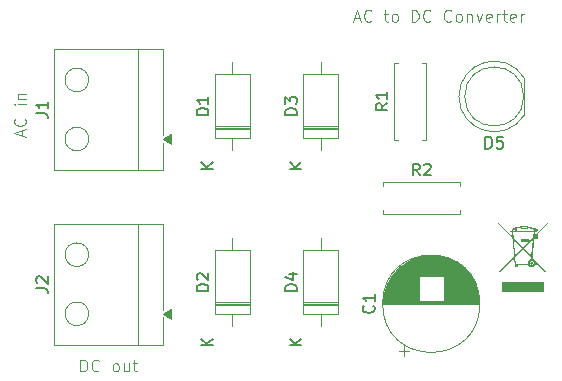
<source format=gbr>
%TF.GenerationSoftware,KiCad,Pcbnew,9.0.7*%
%TF.CreationDate,2026-01-15T12:26:01+05:30*%
%TF.ProjectId,actodc,6163746f-6463-42e6-9b69-6361645f7063,rev?*%
%TF.SameCoordinates,Original*%
%TF.FileFunction,Legend,Top*%
%TF.FilePolarity,Positive*%
%FSLAX46Y46*%
G04 Gerber Fmt 4.6, Leading zero omitted, Abs format (unit mm)*
G04 Created by KiCad (PCBNEW 9.0.7) date 2026-01-15 12:26:01*
%MOMM*%
%LPD*%
G01*
G04 APERTURE LIST*
%ADD10C,0.100000*%
%ADD11C,0.150000*%
%ADD12C,0.120000*%
%ADD13C,0.000000*%
G04 APERTURE END LIST*
D10*
X117986704Y-93943734D02*
X117986704Y-93467544D01*
X118272419Y-94038972D02*
X117272419Y-93705639D01*
X117272419Y-93705639D02*
X118272419Y-93372306D01*
X118177180Y-92467544D02*
X118224800Y-92515163D01*
X118224800Y-92515163D02*
X118272419Y-92658020D01*
X118272419Y-92658020D02*
X118272419Y-92753258D01*
X118272419Y-92753258D02*
X118224800Y-92896115D01*
X118224800Y-92896115D02*
X118129561Y-92991353D01*
X118129561Y-92991353D02*
X118034323Y-93038972D01*
X118034323Y-93038972D02*
X117843847Y-93086591D01*
X117843847Y-93086591D02*
X117700990Y-93086591D01*
X117700990Y-93086591D02*
X117510514Y-93038972D01*
X117510514Y-93038972D02*
X117415276Y-92991353D01*
X117415276Y-92991353D02*
X117320038Y-92896115D01*
X117320038Y-92896115D02*
X117272419Y-92753258D01*
X117272419Y-92753258D02*
X117272419Y-92658020D01*
X117272419Y-92658020D02*
X117320038Y-92515163D01*
X117320038Y-92515163D02*
X117367657Y-92467544D01*
X118272419Y-91277067D02*
X117605752Y-91277067D01*
X117272419Y-91277067D02*
X117320038Y-91324686D01*
X117320038Y-91324686D02*
X117367657Y-91277067D01*
X117367657Y-91277067D02*
X117320038Y-91229448D01*
X117320038Y-91229448D02*
X117272419Y-91277067D01*
X117272419Y-91277067D02*
X117367657Y-91277067D01*
X117605752Y-90800877D02*
X118272419Y-90800877D01*
X117700990Y-90800877D02*
X117653371Y-90753258D01*
X117653371Y-90753258D02*
X117605752Y-90658020D01*
X117605752Y-90658020D02*
X117605752Y-90515163D01*
X117605752Y-90515163D02*
X117653371Y-90419925D01*
X117653371Y-90419925D02*
X117748609Y-90372306D01*
X117748609Y-90372306D02*
X118272419Y-90372306D01*
X146056265Y-83986704D02*
X146532455Y-83986704D01*
X145961027Y-84272419D02*
X146294360Y-83272419D01*
X146294360Y-83272419D02*
X146627693Y-84272419D01*
X147532455Y-84177180D02*
X147484836Y-84224800D01*
X147484836Y-84224800D02*
X147341979Y-84272419D01*
X147341979Y-84272419D02*
X147246741Y-84272419D01*
X147246741Y-84272419D02*
X147103884Y-84224800D01*
X147103884Y-84224800D02*
X147008646Y-84129561D01*
X147008646Y-84129561D02*
X146961027Y-84034323D01*
X146961027Y-84034323D02*
X146913408Y-83843847D01*
X146913408Y-83843847D02*
X146913408Y-83700990D01*
X146913408Y-83700990D02*
X146961027Y-83510514D01*
X146961027Y-83510514D02*
X147008646Y-83415276D01*
X147008646Y-83415276D02*
X147103884Y-83320038D01*
X147103884Y-83320038D02*
X147246741Y-83272419D01*
X147246741Y-83272419D02*
X147341979Y-83272419D01*
X147341979Y-83272419D02*
X147484836Y-83320038D01*
X147484836Y-83320038D02*
X147532455Y-83367657D01*
X148580075Y-83605752D02*
X148961027Y-83605752D01*
X148722932Y-83272419D02*
X148722932Y-84129561D01*
X148722932Y-84129561D02*
X148770551Y-84224800D01*
X148770551Y-84224800D02*
X148865789Y-84272419D01*
X148865789Y-84272419D02*
X148961027Y-84272419D01*
X149437218Y-84272419D02*
X149341980Y-84224800D01*
X149341980Y-84224800D02*
X149294361Y-84177180D01*
X149294361Y-84177180D02*
X149246742Y-84081942D01*
X149246742Y-84081942D02*
X149246742Y-83796228D01*
X149246742Y-83796228D02*
X149294361Y-83700990D01*
X149294361Y-83700990D02*
X149341980Y-83653371D01*
X149341980Y-83653371D02*
X149437218Y-83605752D01*
X149437218Y-83605752D02*
X149580075Y-83605752D01*
X149580075Y-83605752D02*
X149675313Y-83653371D01*
X149675313Y-83653371D02*
X149722932Y-83700990D01*
X149722932Y-83700990D02*
X149770551Y-83796228D01*
X149770551Y-83796228D02*
X149770551Y-84081942D01*
X149770551Y-84081942D02*
X149722932Y-84177180D01*
X149722932Y-84177180D02*
X149675313Y-84224800D01*
X149675313Y-84224800D02*
X149580075Y-84272419D01*
X149580075Y-84272419D02*
X149437218Y-84272419D01*
X150961028Y-84272419D02*
X150961028Y-83272419D01*
X150961028Y-83272419D02*
X151199123Y-83272419D01*
X151199123Y-83272419D02*
X151341980Y-83320038D01*
X151341980Y-83320038D02*
X151437218Y-83415276D01*
X151437218Y-83415276D02*
X151484837Y-83510514D01*
X151484837Y-83510514D02*
X151532456Y-83700990D01*
X151532456Y-83700990D02*
X151532456Y-83843847D01*
X151532456Y-83843847D02*
X151484837Y-84034323D01*
X151484837Y-84034323D02*
X151437218Y-84129561D01*
X151437218Y-84129561D02*
X151341980Y-84224800D01*
X151341980Y-84224800D02*
X151199123Y-84272419D01*
X151199123Y-84272419D02*
X150961028Y-84272419D01*
X152532456Y-84177180D02*
X152484837Y-84224800D01*
X152484837Y-84224800D02*
X152341980Y-84272419D01*
X152341980Y-84272419D02*
X152246742Y-84272419D01*
X152246742Y-84272419D02*
X152103885Y-84224800D01*
X152103885Y-84224800D02*
X152008647Y-84129561D01*
X152008647Y-84129561D02*
X151961028Y-84034323D01*
X151961028Y-84034323D02*
X151913409Y-83843847D01*
X151913409Y-83843847D02*
X151913409Y-83700990D01*
X151913409Y-83700990D02*
X151961028Y-83510514D01*
X151961028Y-83510514D02*
X152008647Y-83415276D01*
X152008647Y-83415276D02*
X152103885Y-83320038D01*
X152103885Y-83320038D02*
X152246742Y-83272419D01*
X152246742Y-83272419D02*
X152341980Y-83272419D01*
X152341980Y-83272419D02*
X152484837Y-83320038D01*
X152484837Y-83320038D02*
X152532456Y-83367657D01*
X154294361Y-84177180D02*
X154246742Y-84224800D01*
X154246742Y-84224800D02*
X154103885Y-84272419D01*
X154103885Y-84272419D02*
X154008647Y-84272419D01*
X154008647Y-84272419D02*
X153865790Y-84224800D01*
X153865790Y-84224800D02*
X153770552Y-84129561D01*
X153770552Y-84129561D02*
X153722933Y-84034323D01*
X153722933Y-84034323D02*
X153675314Y-83843847D01*
X153675314Y-83843847D02*
X153675314Y-83700990D01*
X153675314Y-83700990D02*
X153722933Y-83510514D01*
X153722933Y-83510514D02*
X153770552Y-83415276D01*
X153770552Y-83415276D02*
X153865790Y-83320038D01*
X153865790Y-83320038D02*
X154008647Y-83272419D01*
X154008647Y-83272419D02*
X154103885Y-83272419D01*
X154103885Y-83272419D02*
X154246742Y-83320038D01*
X154246742Y-83320038D02*
X154294361Y-83367657D01*
X154865790Y-84272419D02*
X154770552Y-84224800D01*
X154770552Y-84224800D02*
X154722933Y-84177180D01*
X154722933Y-84177180D02*
X154675314Y-84081942D01*
X154675314Y-84081942D02*
X154675314Y-83796228D01*
X154675314Y-83796228D02*
X154722933Y-83700990D01*
X154722933Y-83700990D02*
X154770552Y-83653371D01*
X154770552Y-83653371D02*
X154865790Y-83605752D01*
X154865790Y-83605752D02*
X155008647Y-83605752D01*
X155008647Y-83605752D02*
X155103885Y-83653371D01*
X155103885Y-83653371D02*
X155151504Y-83700990D01*
X155151504Y-83700990D02*
X155199123Y-83796228D01*
X155199123Y-83796228D02*
X155199123Y-84081942D01*
X155199123Y-84081942D02*
X155151504Y-84177180D01*
X155151504Y-84177180D02*
X155103885Y-84224800D01*
X155103885Y-84224800D02*
X155008647Y-84272419D01*
X155008647Y-84272419D02*
X154865790Y-84272419D01*
X155627695Y-83605752D02*
X155627695Y-84272419D01*
X155627695Y-83700990D02*
X155675314Y-83653371D01*
X155675314Y-83653371D02*
X155770552Y-83605752D01*
X155770552Y-83605752D02*
X155913409Y-83605752D01*
X155913409Y-83605752D02*
X156008647Y-83653371D01*
X156008647Y-83653371D02*
X156056266Y-83748609D01*
X156056266Y-83748609D02*
X156056266Y-84272419D01*
X156437219Y-83605752D02*
X156675314Y-84272419D01*
X156675314Y-84272419D02*
X156913409Y-83605752D01*
X157675314Y-84224800D02*
X157580076Y-84272419D01*
X157580076Y-84272419D02*
X157389600Y-84272419D01*
X157389600Y-84272419D02*
X157294362Y-84224800D01*
X157294362Y-84224800D02*
X157246743Y-84129561D01*
X157246743Y-84129561D02*
X157246743Y-83748609D01*
X157246743Y-83748609D02*
X157294362Y-83653371D01*
X157294362Y-83653371D02*
X157389600Y-83605752D01*
X157389600Y-83605752D02*
X157580076Y-83605752D01*
X157580076Y-83605752D02*
X157675314Y-83653371D01*
X157675314Y-83653371D02*
X157722933Y-83748609D01*
X157722933Y-83748609D02*
X157722933Y-83843847D01*
X157722933Y-83843847D02*
X157246743Y-83939085D01*
X158151505Y-84272419D02*
X158151505Y-83605752D01*
X158151505Y-83796228D02*
X158199124Y-83700990D01*
X158199124Y-83700990D02*
X158246743Y-83653371D01*
X158246743Y-83653371D02*
X158341981Y-83605752D01*
X158341981Y-83605752D02*
X158437219Y-83605752D01*
X158627696Y-83605752D02*
X159008648Y-83605752D01*
X158770553Y-83272419D02*
X158770553Y-84129561D01*
X158770553Y-84129561D02*
X158818172Y-84224800D01*
X158818172Y-84224800D02*
X158913410Y-84272419D01*
X158913410Y-84272419D02*
X159008648Y-84272419D01*
X159722934Y-84224800D02*
X159627696Y-84272419D01*
X159627696Y-84272419D02*
X159437220Y-84272419D01*
X159437220Y-84272419D02*
X159341982Y-84224800D01*
X159341982Y-84224800D02*
X159294363Y-84129561D01*
X159294363Y-84129561D02*
X159294363Y-83748609D01*
X159294363Y-83748609D02*
X159341982Y-83653371D01*
X159341982Y-83653371D02*
X159437220Y-83605752D01*
X159437220Y-83605752D02*
X159627696Y-83605752D01*
X159627696Y-83605752D02*
X159722934Y-83653371D01*
X159722934Y-83653371D02*
X159770553Y-83748609D01*
X159770553Y-83748609D02*
X159770553Y-83843847D01*
X159770553Y-83843847D02*
X159294363Y-83939085D01*
X160199125Y-84272419D02*
X160199125Y-83605752D01*
X160199125Y-83796228D02*
X160246744Y-83700990D01*
X160246744Y-83700990D02*
X160294363Y-83653371D01*
X160294363Y-83653371D02*
X160389601Y-83605752D01*
X160389601Y-83605752D02*
X160484839Y-83605752D01*
X122903884Y-113872419D02*
X122903884Y-112872419D01*
X122903884Y-112872419D02*
X123141979Y-112872419D01*
X123141979Y-112872419D02*
X123284836Y-112920038D01*
X123284836Y-112920038D02*
X123380074Y-113015276D01*
X123380074Y-113015276D02*
X123427693Y-113110514D01*
X123427693Y-113110514D02*
X123475312Y-113300990D01*
X123475312Y-113300990D02*
X123475312Y-113443847D01*
X123475312Y-113443847D02*
X123427693Y-113634323D01*
X123427693Y-113634323D02*
X123380074Y-113729561D01*
X123380074Y-113729561D02*
X123284836Y-113824800D01*
X123284836Y-113824800D02*
X123141979Y-113872419D01*
X123141979Y-113872419D02*
X122903884Y-113872419D01*
X124475312Y-113777180D02*
X124427693Y-113824800D01*
X124427693Y-113824800D02*
X124284836Y-113872419D01*
X124284836Y-113872419D02*
X124189598Y-113872419D01*
X124189598Y-113872419D02*
X124046741Y-113824800D01*
X124046741Y-113824800D02*
X123951503Y-113729561D01*
X123951503Y-113729561D02*
X123903884Y-113634323D01*
X123903884Y-113634323D02*
X123856265Y-113443847D01*
X123856265Y-113443847D02*
X123856265Y-113300990D01*
X123856265Y-113300990D02*
X123903884Y-113110514D01*
X123903884Y-113110514D02*
X123951503Y-113015276D01*
X123951503Y-113015276D02*
X124046741Y-112920038D01*
X124046741Y-112920038D02*
X124189598Y-112872419D01*
X124189598Y-112872419D02*
X124284836Y-112872419D01*
X124284836Y-112872419D02*
X124427693Y-112920038D01*
X124427693Y-112920038D02*
X124475312Y-112967657D01*
X125808646Y-113872419D02*
X125713408Y-113824800D01*
X125713408Y-113824800D02*
X125665789Y-113777180D01*
X125665789Y-113777180D02*
X125618170Y-113681942D01*
X125618170Y-113681942D02*
X125618170Y-113396228D01*
X125618170Y-113396228D02*
X125665789Y-113300990D01*
X125665789Y-113300990D02*
X125713408Y-113253371D01*
X125713408Y-113253371D02*
X125808646Y-113205752D01*
X125808646Y-113205752D02*
X125951503Y-113205752D01*
X125951503Y-113205752D02*
X126046741Y-113253371D01*
X126046741Y-113253371D02*
X126094360Y-113300990D01*
X126094360Y-113300990D02*
X126141979Y-113396228D01*
X126141979Y-113396228D02*
X126141979Y-113681942D01*
X126141979Y-113681942D02*
X126094360Y-113777180D01*
X126094360Y-113777180D02*
X126046741Y-113824800D01*
X126046741Y-113824800D02*
X125951503Y-113872419D01*
X125951503Y-113872419D02*
X125808646Y-113872419D01*
X126999122Y-113205752D02*
X126999122Y-113872419D01*
X126570551Y-113205752D02*
X126570551Y-113729561D01*
X126570551Y-113729561D02*
X126618170Y-113824800D01*
X126618170Y-113824800D02*
X126713408Y-113872419D01*
X126713408Y-113872419D02*
X126856265Y-113872419D01*
X126856265Y-113872419D02*
X126951503Y-113824800D01*
X126951503Y-113824800D02*
X126999122Y-113777180D01*
X127332456Y-113205752D02*
X127713408Y-113205752D01*
X127475313Y-112872419D02*
X127475313Y-113729561D01*
X127475313Y-113729561D02*
X127522932Y-113824800D01*
X127522932Y-113824800D02*
X127618170Y-113872419D01*
X127618170Y-113872419D02*
X127713408Y-113872419D01*
D11*
X141234819Y-92158094D02*
X140234819Y-92158094D01*
X140234819Y-92158094D02*
X140234819Y-91919999D01*
X140234819Y-91919999D02*
X140282438Y-91777142D01*
X140282438Y-91777142D02*
X140377676Y-91681904D01*
X140377676Y-91681904D02*
X140472914Y-91634285D01*
X140472914Y-91634285D02*
X140663390Y-91586666D01*
X140663390Y-91586666D02*
X140806247Y-91586666D01*
X140806247Y-91586666D02*
X140996723Y-91634285D01*
X140996723Y-91634285D02*
X141091961Y-91681904D01*
X141091961Y-91681904D02*
X141187200Y-91777142D01*
X141187200Y-91777142D02*
X141234819Y-91919999D01*
X141234819Y-91919999D02*
X141234819Y-92158094D01*
X140234819Y-91253332D02*
X140234819Y-90634285D01*
X140234819Y-90634285D02*
X140615771Y-90967618D01*
X140615771Y-90967618D02*
X140615771Y-90824761D01*
X140615771Y-90824761D02*
X140663390Y-90729523D01*
X140663390Y-90729523D02*
X140711009Y-90681904D01*
X140711009Y-90681904D02*
X140806247Y-90634285D01*
X140806247Y-90634285D02*
X141044342Y-90634285D01*
X141044342Y-90634285D02*
X141139580Y-90681904D01*
X141139580Y-90681904D02*
X141187200Y-90729523D01*
X141187200Y-90729523D02*
X141234819Y-90824761D01*
X141234819Y-90824761D02*
X141234819Y-91110475D01*
X141234819Y-91110475D02*
X141187200Y-91205713D01*
X141187200Y-91205713D02*
X141139580Y-91253332D01*
X141604819Y-96761904D02*
X140604819Y-96761904D01*
X141604819Y-96190476D02*
X141033390Y-96619047D01*
X140604819Y-96190476D02*
X141176247Y-96761904D01*
X119134819Y-106833333D02*
X119849104Y-106833333D01*
X119849104Y-106833333D02*
X119991961Y-106880952D01*
X119991961Y-106880952D02*
X120087200Y-106976190D01*
X120087200Y-106976190D02*
X120134819Y-107119047D01*
X120134819Y-107119047D02*
X120134819Y-107214285D01*
X119230057Y-106404761D02*
X119182438Y-106357142D01*
X119182438Y-106357142D02*
X119134819Y-106261904D01*
X119134819Y-106261904D02*
X119134819Y-106023809D01*
X119134819Y-106023809D02*
X119182438Y-105928571D01*
X119182438Y-105928571D02*
X119230057Y-105880952D01*
X119230057Y-105880952D02*
X119325295Y-105833333D01*
X119325295Y-105833333D02*
X119420533Y-105833333D01*
X119420533Y-105833333D02*
X119563390Y-105880952D01*
X119563390Y-105880952D02*
X120134819Y-106452380D01*
X120134819Y-106452380D02*
X120134819Y-105833333D01*
X148884819Y-91176666D02*
X148408628Y-91509999D01*
X148884819Y-91748094D02*
X147884819Y-91748094D01*
X147884819Y-91748094D02*
X147884819Y-91367142D01*
X147884819Y-91367142D02*
X147932438Y-91271904D01*
X147932438Y-91271904D02*
X147980057Y-91224285D01*
X147980057Y-91224285D02*
X148075295Y-91176666D01*
X148075295Y-91176666D02*
X148218152Y-91176666D01*
X148218152Y-91176666D02*
X148313390Y-91224285D01*
X148313390Y-91224285D02*
X148361009Y-91271904D01*
X148361009Y-91271904D02*
X148408628Y-91367142D01*
X148408628Y-91367142D02*
X148408628Y-91748094D01*
X148884819Y-90224285D02*
X148884819Y-90795713D01*
X148884819Y-90509999D02*
X147884819Y-90509999D01*
X147884819Y-90509999D02*
X148027676Y-90605237D01*
X148027676Y-90605237D02*
X148122914Y-90700475D01*
X148122914Y-90700475D02*
X148170533Y-90795713D01*
X157191905Y-95014819D02*
X157191905Y-94014819D01*
X157191905Y-94014819D02*
X157430000Y-94014819D01*
X157430000Y-94014819D02*
X157572857Y-94062438D01*
X157572857Y-94062438D02*
X157668095Y-94157676D01*
X157668095Y-94157676D02*
X157715714Y-94252914D01*
X157715714Y-94252914D02*
X157763333Y-94443390D01*
X157763333Y-94443390D02*
X157763333Y-94586247D01*
X157763333Y-94586247D02*
X157715714Y-94776723D01*
X157715714Y-94776723D02*
X157668095Y-94871961D01*
X157668095Y-94871961D02*
X157572857Y-94967200D01*
X157572857Y-94967200D02*
X157430000Y-95014819D01*
X157430000Y-95014819D02*
X157191905Y-95014819D01*
X158668095Y-94014819D02*
X158191905Y-94014819D01*
X158191905Y-94014819D02*
X158144286Y-94491009D01*
X158144286Y-94491009D02*
X158191905Y-94443390D01*
X158191905Y-94443390D02*
X158287143Y-94395771D01*
X158287143Y-94395771D02*
X158525238Y-94395771D01*
X158525238Y-94395771D02*
X158620476Y-94443390D01*
X158620476Y-94443390D02*
X158668095Y-94491009D01*
X158668095Y-94491009D02*
X158715714Y-94586247D01*
X158715714Y-94586247D02*
X158715714Y-94824342D01*
X158715714Y-94824342D02*
X158668095Y-94919580D01*
X158668095Y-94919580D02*
X158620476Y-94967200D01*
X158620476Y-94967200D02*
X158525238Y-95014819D01*
X158525238Y-95014819D02*
X158287143Y-95014819D01*
X158287143Y-95014819D02*
X158191905Y-94967200D01*
X158191905Y-94967200D02*
X158144286Y-94919580D01*
X133734819Y-107068094D02*
X132734819Y-107068094D01*
X132734819Y-107068094D02*
X132734819Y-106829999D01*
X132734819Y-106829999D02*
X132782438Y-106687142D01*
X132782438Y-106687142D02*
X132877676Y-106591904D01*
X132877676Y-106591904D02*
X132972914Y-106544285D01*
X132972914Y-106544285D02*
X133163390Y-106496666D01*
X133163390Y-106496666D02*
X133306247Y-106496666D01*
X133306247Y-106496666D02*
X133496723Y-106544285D01*
X133496723Y-106544285D02*
X133591961Y-106591904D01*
X133591961Y-106591904D02*
X133687200Y-106687142D01*
X133687200Y-106687142D02*
X133734819Y-106829999D01*
X133734819Y-106829999D02*
X133734819Y-107068094D01*
X132830057Y-106115713D02*
X132782438Y-106068094D01*
X132782438Y-106068094D02*
X132734819Y-105972856D01*
X132734819Y-105972856D02*
X132734819Y-105734761D01*
X132734819Y-105734761D02*
X132782438Y-105639523D01*
X132782438Y-105639523D02*
X132830057Y-105591904D01*
X132830057Y-105591904D02*
X132925295Y-105544285D01*
X132925295Y-105544285D02*
X133020533Y-105544285D01*
X133020533Y-105544285D02*
X133163390Y-105591904D01*
X133163390Y-105591904D02*
X133734819Y-106163332D01*
X133734819Y-106163332D02*
X133734819Y-105544285D01*
X134104819Y-111671904D02*
X133104819Y-111671904D01*
X134104819Y-111100476D02*
X133533390Y-111529047D01*
X133104819Y-111100476D02*
X133676247Y-111671904D01*
X133734819Y-92158094D02*
X132734819Y-92158094D01*
X132734819Y-92158094D02*
X132734819Y-91919999D01*
X132734819Y-91919999D02*
X132782438Y-91777142D01*
X132782438Y-91777142D02*
X132877676Y-91681904D01*
X132877676Y-91681904D02*
X132972914Y-91634285D01*
X132972914Y-91634285D02*
X133163390Y-91586666D01*
X133163390Y-91586666D02*
X133306247Y-91586666D01*
X133306247Y-91586666D02*
X133496723Y-91634285D01*
X133496723Y-91634285D02*
X133591961Y-91681904D01*
X133591961Y-91681904D02*
X133687200Y-91777142D01*
X133687200Y-91777142D02*
X133734819Y-91919999D01*
X133734819Y-91919999D02*
X133734819Y-92158094D01*
X133734819Y-90634285D02*
X133734819Y-91205713D01*
X133734819Y-90919999D02*
X132734819Y-90919999D01*
X132734819Y-90919999D02*
X132877676Y-91015237D01*
X132877676Y-91015237D02*
X132972914Y-91110475D01*
X132972914Y-91110475D02*
X133020533Y-91205713D01*
X134104819Y-96761904D02*
X133104819Y-96761904D01*
X134104819Y-96190476D02*
X133533390Y-96619047D01*
X133104819Y-96190476D02*
X133676247Y-96761904D01*
X147709580Y-108316666D02*
X147757200Y-108364285D01*
X147757200Y-108364285D02*
X147804819Y-108507142D01*
X147804819Y-108507142D02*
X147804819Y-108602380D01*
X147804819Y-108602380D02*
X147757200Y-108745237D01*
X147757200Y-108745237D02*
X147661961Y-108840475D01*
X147661961Y-108840475D02*
X147566723Y-108888094D01*
X147566723Y-108888094D02*
X147376247Y-108935713D01*
X147376247Y-108935713D02*
X147233390Y-108935713D01*
X147233390Y-108935713D02*
X147042914Y-108888094D01*
X147042914Y-108888094D02*
X146947676Y-108840475D01*
X146947676Y-108840475D02*
X146852438Y-108745237D01*
X146852438Y-108745237D02*
X146804819Y-108602380D01*
X146804819Y-108602380D02*
X146804819Y-108507142D01*
X146804819Y-108507142D02*
X146852438Y-108364285D01*
X146852438Y-108364285D02*
X146900057Y-108316666D01*
X147804819Y-107364285D02*
X147804819Y-107935713D01*
X147804819Y-107649999D02*
X146804819Y-107649999D01*
X146804819Y-107649999D02*
X146947676Y-107745237D01*
X146947676Y-107745237D02*
X147042914Y-107840475D01*
X147042914Y-107840475D02*
X147090533Y-107935713D01*
X141234819Y-107068094D02*
X140234819Y-107068094D01*
X140234819Y-107068094D02*
X140234819Y-106829999D01*
X140234819Y-106829999D02*
X140282438Y-106687142D01*
X140282438Y-106687142D02*
X140377676Y-106591904D01*
X140377676Y-106591904D02*
X140472914Y-106544285D01*
X140472914Y-106544285D02*
X140663390Y-106496666D01*
X140663390Y-106496666D02*
X140806247Y-106496666D01*
X140806247Y-106496666D02*
X140996723Y-106544285D01*
X140996723Y-106544285D02*
X141091961Y-106591904D01*
X141091961Y-106591904D02*
X141187200Y-106687142D01*
X141187200Y-106687142D02*
X141234819Y-106829999D01*
X141234819Y-106829999D02*
X141234819Y-107068094D01*
X140568152Y-105639523D02*
X141234819Y-105639523D01*
X140187200Y-105877618D02*
X140901485Y-106115713D01*
X140901485Y-106115713D02*
X140901485Y-105496666D01*
X141604819Y-111671904D02*
X140604819Y-111671904D01*
X141604819Y-111100476D02*
X141033390Y-111529047D01*
X140604819Y-111100476D02*
X141176247Y-111671904D01*
X119134819Y-92033333D02*
X119849104Y-92033333D01*
X119849104Y-92033333D02*
X119991961Y-92080952D01*
X119991961Y-92080952D02*
X120087200Y-92176190D01*
X120087200Y-92176190D02*
X120134819Y-92319047D01*
X120134819Y-92319047D02*
X120134819Y-92414285D01*
X120134819Y-91033333D02*
X120134819Y-91604761D01*
X120134819Y-91319047D02*
X119134819Y-91319047D01*
X119134819Y-91319047D02*
X119277676Y-91414285D01*
X119277676Y-91414285D02*
X119372914Y-91509523D01*
X119372914Y-91509523D02*
X119420533Y-91604761D01*
X151623333Y-97284819D02*
X151290000Y-96808628D01*
X151051905Y-97284819D02*
X151051905Y-96284819D01*
X151051905Y-96284819D02*
X151432857Y-96284819D01*
X151432857Y-96284819D02*
X151528095Y-96332438D01*
X151528095Y-96332438D02*
X151575714Y-96380057D01*
X151575714Y-96380057D02*
X151623333Y-96475295D01*
X151623333Y-96475295D02*
X151623333Y-96618152D01*
X151623333Y-96618152D02*
X151575714Y-96713390D01*
X151575714Y-96713390D02*
X151528095Y-96761009D01*
X151528095Y-96761009D02*
X151432857Y-96808628D01*
X151432857Y-96808628D02*
X151051905Y-96808628D01*
X152004286Y-96380057D02*
X152051905Y-96332438D01*
X152051905Y-96332438D02*
X152147143Y-96284819D01*
X152147143Y-96284819D02*
X152385238Y-96284819D01*
X152385238Y-96284819D02*
X152480476Y-96332438D01*
X152480476Y-96332438D02*
X152528095Y-96380057D01*
X152528095Y-96380057D02*
X152575714Y-96475295D01*
X152575714Y-96475295D02*
X152575714Y-96570533D01*
X152575714Y-96570533D02*
X152528095Y-96713390D01*
X152528095Y-96713390D02*
X151956667Y-97284819D01*
X151956667Y-97284819D02*
X152575714Y-97284819D01*
D12*
%TO.C,D3*%
X141780000Y-93120000D02*
X144720000Y-93120000D01*
X141780000Y-93240000D02*
X144720000Y-93240000D01*
X141780000Y-93360000D02*
X144720000Y-93360000D01*
X143250000Y-87680000D02*
X143250000Y-88700000D01*
X143250000Y-95160000D02*
X143250000Y-94140000D01*
X141780000Y-94140000D02*
X144720000Y-94140000D01*
X144720000Y-88700000D01*
X141780000Y-88700000D01*
X141780000Y-94140000D01*
%TO.C,J2*%
X120680000Y-101380000D02*
X129920000Y-101380000D01*
X120680000Y-111620000D02*
X120680000Y-101380000D01*
X127800000Y-111620000D02*
X127800000Y-101380000D01*
X129920000Y-101380000D02*
X129920000Y-108700000D01*
X129920000Y-109300000D02*
X129920000Y-111620000D01*
X129920000Y-111620000D02*
X120680000Y-111620000D01*
X123600000Y-104000000D02*
G75*
G02*
X121600000Y-104000000I-1000000J0D01*
G01*
X121600000Y-104000000D02*
G75*
G02*
X123600000Y-104000000I1000000J0D01*
G01*
X123600000Y-109000000D02*
G75*
G02*
X121600000Y-109000000I-1000000J0D01*
G01*
X121600000Y-109000000D02*
G75*
G02*
X123600000Y-109000000I1000000J0D01*
G01*
X130530000Y-109440000D02*
X129920000Y-109000000D01*
X130530000Y-108560000D01*
X130530000Y-109440000D01*
G36*
X130530000Y-109440000D02*
G01*
X129920000Y-109000000D01*
X130530000Y-108560000D01*
X130530000Y-109440000D01*
G37*
%TO.C,R1*%
X149430000Y-87740000D02*
X149760000Y-87740000D01*
X149430000Y-94280000D02*
X149430000Y-87740000D01*
X149760000Y-94280000D02*
X149430000Y-94280000D01*
X151840000Y-94280000D02*
X152170000Y-94280000D01*
X152170000Y-87740000D02*
X151840000Y-87740000D01*
X152170000Y-94280000D02*
X152170000Y-87740000D01*
%TO.C,D5*%
X160490000Y-92145000D02*
X160490000Y-89055000D01*
X154940000Y-90600000D02*
G75*
G02*
X160490000Y-89055170I2990000J0D01*
G01*
X160490000Y-92144830D02*
G75*
G02*
X154940000Y-90600000I-2560000J1544830D01*
G01*
X160430000Y-90600000D02*
G75*
G02*
X155430000Y-90600000I-2500000J0D01*
G01*
X155430000Y-90600000D02*
G75*
G02*
X160430000Y-90600000I2500000J0D01*
G01*
%TO.C,D2*%
X134280000Y-108030000D02*
X137220000Y-108030000D01*
X134280000Y-108150000D02*
X137220000Y-108150000D01*
X134280000Y-108270000D02*
X137220000Y-108270000D01*
X135750000Y-102590000D02*
X135750000Y-103610000D01*
X135750000Y-110070000D02*
X135750000Y-109050000D01*
X134280000Y-109050000D02*
X137220000Y-109050000D01*
X137220000Y-103610000D01*
X134280000Y-103610000D01*
X134280000Y-109050000D01*
%TO.C,D1*%
X134280000Y-93120000D02*
X137220000Y-93120000D01*
X134280000Y-93240000D02*
X137220000Y-93240000D01*
X134280000Y-93360000D02*
X137220000Y-93360000D01*
X135750000Y-87680000D02*
X135750000Y-88700000D01*
X135750000Y-95160000D02*
X135750000Y-94140000D01*
X134280000Y-94140000D02*
X137220000Y-94140000D01*
X137220000Y-88700000D01*
X134280000Y-88700000D01*
X134280000Y-94140000D01*
%TO.C,C1*%
X148520000Y-108110000D02*
X156680000Y-108110000D01*
X148520000Y-108150000D02*
X156680000Y-108150000D01*
X148521000Y-108070000D02*
X156679000Y-108070000D01*
X148522000Y-108030000D02*
X156678000Y-108030000D01*
X148523000Y-107990000D02*
X156677000Y-107990000D01*
X148525000Y-107950000D02*
X156675000Y-107950000D01*
X148527000Y-107910000D02*
X151560000Y-107910000D01*
X148530000Y-107870000D02*
X151560000Y-107870000D01*
X148532000Y-107830000D02*
X151560000Y-107830000D01*
X148536000Y-107790000D02*
X151560000Y-107790000D01*
X148539000Y-107750000D02*
X151560000Y-107750000D01*
X148544000Y-107710000D02*
X151560000Y-107710000D01*
X148548000Y-107670000D02*
X151560000Y-107670000D01*
X148553000Y-107630000D02*
X151560000Y-107630000D01*
X148558000Y-107590000D02*
X151560000Y-107590000D01*
X148564000Y-107550000D02*
X151560000Y-107550000D01*
X148570000Y-107510000D02*
X151560000Y-107510000D01*
X148577000Y-107470000D02*
X151560000Y-107470000D01*
X148583000Y-107430000D02*
X151560000Y-107430000D01*
X148591000Y-107390000D02*
X151560000Y-107390000D01*
X148598000Y-107350000D02*
X151560000Y-107350000D01*
X148607000Y-107310000D02*
X151560000Y-107310000D01*
X148615000Y-107270000D02*
X151560000Y-107270000D01*
X148624000Y-107230000D02*
X151560000Y-107230000D01*
X148633000Y-107190000D02*
X151560000Y-107190000D01*
X148643000Y-107150000D02*
X151560000Y-107150000D01*
X148653000Y-107110000D02*
X151560000Y-107110000D01*
X148664000Y-107070000D02*
X151560000Y-107070000D01*
X148675000Y-107030000D02*
X151560000Y-107030000D01*
X148687000Y-106990000D02*
X151560000Y-106990000D01*
X148699000Y-106950000D02*
X151560000Y-106950000D01*
X148711000Y-106910000D02*
X151560000Y-106910000D01*
X148724000Y-106870000D02*
X151560000Y-106870000D01*
X148737000Y-106830000D02*
X151560000Y-106830000D01*
X148751000Y-106790000D02*
X151560000Y-106790000D01*
X148765000Y-106750000D02*
X151560000Y-106750000D01*
X148780000Y-106710000D02*
X151560000Y-106710000D01*
X148795000Y-106670000D02*
X151560000Y-106670000D01*
X148811000Y-106630000D02*
X151560000Y-106630000D01*
X148827000Y-106590000D02*
X151560000Y-106590000D01*
X148843000Y-106550000D02*
X151560000Y-106550000D01*
X148860000Y-106510000D02*
X151560000Y-106510000D01*
X148878000Y-106470000D02*
X151560000Y-106470000D01*
X148896000Y-106430000D02*
X151560000Y-106430000D01*
X148915000Y-106390000D02*
X151560000Y-106390000D01*
X148934000Y-106350000D02*
X151560000Y-106350000D01*
X148954000Y-106310000D02*
X151560000Y-106310000D01*
X148974000Y-106270000D02*
X151560000Y-106270000D01*
X148995000Y-106230000D02*
X151560000Y-106230000D01*
X149016000Y-106190000D02*
X151560000Y-106190000D01*
X149038000Y-106150000D02*
X151560000Y-106150000D01*
X149061000Y-106110000D02*
X151560000Y-106110000D01*
X149084000Y-106070000D02*
X151560000Y-106070000D01*
X149107000Y-106030000D02*
X151560000Y-106030000D01*
X149132000Y-105990000D02*
X151560000Y-105990000D01*
X149157000Y-105950000D02*
X151560000Y-105950000D01*
X149182000Y-105910000D02*
X151560000Y-105910000D01*
X149208000Y-105870000D02*
X151560000Y-105870000D01*
X149235000Y-105830000D02*
X155965000Y-105830000D01*
X149263000Y-105790000D02*
X155937000Y-105790000D01*
X149291000Y-105750000D02*
X155909000Y-105750000D01*
X149320000Y-105710000D02*
X155880000Y-105710000D01*
X149350000Y-105670000D02*
X155850000Y-105670000D01*
X149381000Y-105630000D02*
X155819000Y-105630000D01*
X149412000Y-105590000D02*
X155788000Y-105590000D01*
X149444000Y-105550000D02*
X155756000Y-105550000D01*
X149477000Y-105510000D02*
X155723000Y-105510000D01*
X149511000Y-105470000D02*
X155689000Y-105470000D01*
X149545000Y-105430000D02*
X155655000Y-105430000D01*
X149581000Y-105390000D02*
X155619000Y-105390000D01*
X149618000Y-105350000D02*
X155582000Y-105350000D01*
X149655000Y-105310000D02*
X155545000Y-105310000D01*
X149694000Y-105270000D02*
X155506000Y-105270000D01*
X149733000Y-105230000D02*
X155467000Y-105230000D01*
X149774000Y-105190000D02*
X155426000Y-105190000D01*
X149816000Y-105150000D02*
X155384000Y-105150000D01*
X149859000Y-105110000D02*
X155341000Y-105110000D01*
X149885000Y-112159698D02*
X150685000Y-112159698D01*
X149904000Y-105070000D02*
X155296000Y-105070000D01*
X149949000Y-105030000D02*
X155251000Y-105030000D01*
X149996000Y-104990000D02*
X155204000Y-104990000D01*
X150045000Y-104950000D02*
X155155000Y-104950000D01*
X150095000Y-104910000D02*
X155105000Y-104910000D01*
X150147000Y-104870000D02*
X155053000Y-104870000D01*
X150200000Y-104830000D02*
X155000000Y-104830000D01*
X150256000Y-104790000D02*
X154944000Y-104790000D01*
X150285000Y-112559698D02*
X150285000Y-111759698D01*
X150313000Y-104750000D02*
X154887000Y-104750000D01*
X150373000Y-104710000D02*
X154827000Y-104710000D01*
X150435000Y-104670000D02*
X154765000Y-104670000D01*
X150499000Y-104630000D02*
X154701000Y-104630000D01*
X150566000Y-104590000D02*
X154634000Y-104590000D01*
X150636000Y-104550000D02*
X154564000Y-104550000D01*
X150710000Y-104510000D02*
X154490000Y-104510000D01*
X150787000Y-104470000D02*
X154413000Y-104470000D01*
X150869000Y-104430000D02*
X154331000Y-104430000D01*
X150956000Y-104390000D02*
X154244000Y-104390000D01*
X151048000Y-104350000D02*
X154152000Y-104350000D01*
X151147000Y-104310000D02*
X154053000Y-104310000D01*
X151254000Y-104270000D02*
X153946000Y-104270000D01*
X151372000Y-104230000D02*
X153828000Y-104230000D01*
X151503000Y-104190000D02*
X153697000Y-104190000D01*
X151653000Y-104150000D02*
X153547000Y-104150000D01*
X151832000Y-104110000D02*
X153368000Y-104110000D01*
X152067000Y-104070000D02*
X153133000Y-104070000D01*
X153640000Y-105870000D02*
X155992000Y-105870000D01*
X153640000Y-105910000D02*
X156018000Y-105910000D01*
X153640000Y-105950000D02*
X156043000Y-105950000D01*
X153640000Y-105990000D02*
X156068000Y-105990000D01*
X153640000Y-106030000D02*
X156093000Y-106030000D01*
X153640000Y-106070000D02*
X156116000Y-106070000D01*
X153640000Y-106110000D02*
X156139000Y-106110000D01*
X153640000Y-106150000D02*
X156162000Y-106150000D01*
X153640000Y-106190000D02*
X156184000Y-106190000D01*
X153640000Y-106230000D02*
X156205000Y-106230000D01*
X153640000Y-106270000D02*
X156226000Y-106270000D01*
X153640000Y-106310000D02*
X156246000Y-106310000D01*
X153640000Y-106350000D02*
X156266000Y-106350000D01*
X153640000Y-106390000D02*
X156285000Y-106390000D01*
X153640000Y-106430000D02*
X156304000Y-106430000D01*
X153640000Y-106470000D02*
X156322000Y-106470000D01*
X153640000Y-106510000D02*
X156340000Y-106510000D01*
X153640000Y-106550000D02*
X156357000Y-106550000D01*
X153640000Y-106590000D02*
X156373000Y-106590000D01*
X153640000Y-106630000D02*
X156389000Y-106630000D01*
X153640000Y-106670000D02*
X156405000Y-106670000D01*
X153640000Y-106710000D02*
X156420000Y-106710000D01*
X153640000Y-106750000D02*
X156435000Y-106750000D01*
X153640000Y-106790000D02*
X156449000Y-106790000D01*
X153640000Y-106830000D02*
X156463000Y-106830000D01*
X153640000Y-106870000D02*
X156476000Y-106870000D01*
X153640000Y-106910000D02*
X156489000Y-106910000D01*
X153640000Y-106950000D02*
X156501000Y-106950000D01*
X153640000Y-106990000D02*
X156513000Y-106990000D01*
X153640000Y-107030000D02*
X156525000Y-107030000D01*
X153640000Y-107070000D02*
X156536000Y-107070000D01*
X153640000Y-107110000D02*
X156547000Y-107110000D01*
X153640000Y-107150000D02*
X156557000Y-107150000D01*
X153640000Y-107190000D02*
X156567000Y-107190000D01*
X153640000Y-107230000D02*
X156576000Y-107230000D01*
X153640000Y-107270000D02*
X156585000Y-107270000D01*
X153640000Y-107310000D02*
X156593000Y-107310000D01*
X153640000Y-107350000D02*
X156602000Y-107350000D01*
X153640000Y-107390000D02*
X156609000Y-107390000D01*
X153640000Y-107430000D02*
X156617000Y-107430000D01*
X153640000Y-107470000D02*
X156623000Y-107470000D01*
X153640000Y-107510000D02*
X156630000Y-107510000D01*
X153640000Y-107550000D02*
X156636000Y-107550000D01*
X153640000Y-107590000D02*
X156642000Y-107590000D01*
X153640000Y-107630000D02*
X156647000Y-107630000D01*
X153640000Y-107670000D02*
X156652000Y-107670000D01*
X153640000Y-107710000D02*
X156656000Y-107710000D01*
X153640000Y-107750000D02*
X156661000Y-107750000D01*
X153640000Y-107790000D02*
X156664000Y-107790000D01*
X153640000Y-107830000D02*
X156668000Y-107830000D01*
X153640000Y-107870000D02*
X156670000Y-107870000D01*
X153640000Y-107910000D02*
X156673000Y-107910000D01*
X156720000Y-108150000D02*
G75*
G02*
X148480000Y-108150000I-4120000J0D01*
G01*
X148480000Y-108150000D02*
G75*
G02*
X156720000Y-108150000I4120000J0D01*
G01*
%TO.C,D4*%
X141780000Y-108030000D02*
X144720000Y-108030000D01*
X141780000Y-108150000D02*
X144720000Y-108150000D01*
X141780000Y-108270000D02*
X144720000Y-108270000D01*
X143250000Y-102590000D02*
X143250000Y-103610000D01*
X143250000Y-110070000D02*
X143250000Y-109050000D01*
X141780000Y-109050000D02*
X144720000Y-109050000D01*
X144720000Y-103610000D01*
X141780000Y-103610000D01*
X141780000Y-109050000D01*
D13*
%TO.C,REF\u002A\u002A*%
G36*
X162129339Y-107192414D02*
G01*
X158633777Y-107192414D01*
X158633777Y-106341218D01*
X162129339Y-106341218D01*
X162129339Y-107192414D01*
G37*
G36*
X161109894Y-104610495D02*
G01*
X161115855Y-104610949D01*
X161121729Y-104611695D01*
X161127508Y-104612727D01*
X161133187Y-104614038D01*
X161138756Y-104615620D01*
X161144210Y-104617465D01*
X161149540Y-104619567D01*
X161154739Y-104621917D01*
X161159800Y-104624509D01*
X161164715Y-104627336D01*
X161169477Y-104630389D01*
X161174079Y-104633661D01*
X161178513Y-104637146D01*
X161182772Y-104640835D01*
X161186848Y-104644721D01*
X161190735Y-104648798D01*
X161194424Y-104653057D01*
X161197908Y-104657491D01*
X161201181Y-104662093D01*
X161204234Y-104666855D01*
X161207060Y-104671770D01*
X161209652Y-104676831D01*
X161212003Y-104682030D01*
X161214105Y-104687360D01*
X161215950Y-104692813D01*
X161217532Y-104698383D01*
X161218842Y-104704061D01*
X161219875Y-104709841D01*
X161220621Y-104715715D01*
X161221074Y-104721675D01*
X161221227Y-104727715D01*
X161221074Y-104733755D01*
X161220621Y-104739715D01*
X161219875Y-104745589D01*
X161218842Y-104751368D01*
X161217532Y-104757046D01*
X161215950Y-104762616D01*
X161214105Y-104768069D01*
X161212003Y-104773399D01*
X161209652Y-104778597D01*
X161207060Y-104783658D01*
X161204234Y-104788573D01*
X161201181Y-104793334D01*
X161197908Y-104797936D01*
X161194424Y-104802369D01*
X161190735Y-104806628D01*
X161186848Y-104810703D01*
X161182772Y-104814589D01*
X161178513Y-104818278D01*
X161174079Y-104821762D01*
X161169477Y-104825034D01*
X161164715Y-104828087D01*
X161159800Y-104830913D01*
X161154739Y-104833504D01*
X161149540Y-104835855D01*
X161144210Y-104837956D01*
X161138756Y-104839801D01*
X161133187Y-104841383D01*
X161127508Y-104842693D01*
X161121729Y-104843725D01*
X161115855Y-104844471D01*
X161109894Y-104844925D01*
X161103855Y-104845077D01*
X161097815Y-104844925D01*
X161091855Y-104844471D01*
X161085981Y-104843725D01*
X161080201Y-104842693D01*
X161074523Y-104841383D01*
X161068953Y-104839801D01*
X161063500Y-104837956D01*
X161058170Y-104835855D01*
X161052970Y-104833504D01*
X161047910Y-104830913D01*
X161042994Y-104828087D01*
X161038232Y-104825034D01*
X161033630Y-104821762D01*
X161029196Y-104818278D01*
X161024937Y-104814589D01*
X161020861Y-104810703D01*
X161016975Y-104806628D01*
X161013285Y-104802369D01*
X161009801Y-104797936D01*
X161006528Y-104793334D01*
X161003475Y-104788572D01*
X161000649Y-104783658D01*
X160998057Y-104778597D01*
X160995706Y-104773399D01*
X160993605Y-104768069D01*
X160991759Y-104762616D01*
X160990178Y-104757046D01*
X160988867Y-104751368D01*
X160987835Y-104745589D01*
X160987088Y-104739715D01*
X160986635Y-104733755D01*
X160986482Y-104727715D01*
X160986635Y-104721676D01*
X160987088Y-104715715D01*
X160987835Y-104709841D01*
X160988867Y-104704062D01*
X160990178Y-104698383D01*
X160991759Y-104692814D01*
X160993605Y-104687360D01*
X160995706Y-104682030D01*
X160998057Y-104676831D01*
X161000649Y-104671770D01*
X161003475Y-104666855D01*
X161006528Y-104662093D01*
X161009801Y-104657491D01*
X161013285Y-104653057D01*
X161016975Y-104648798D01*
X161020861Y-104644722D01*
X161024937Y-104640835D01*
X161029196Y-104637146D01*
X161033630Y-104633661D01*
X161038232Y-104630389D01*
X161042994Y-104627336D01*
X161047910Y-104624510D01*
X161052970Y-104621917D01*
X161058170Y-104619567D01*
X161063500Y-104617465D01*
X161068953Y-104615620D01*
X161074523Y-104614038D01*
X161080201Y-104612727D01*
X161085981Y-104611695D01*
X161091855Y-104610949D01*
X161097815Y-104610495D01*
X161103855Y-104610343D01*
X161109894Y-104610495D01*
G37*
G36*
X162520808Y-101327235D02*
G01*
X161597785Y-102267430D01*
X161616999Y-102267430D01*
X161616999Y-102688117D01*
X161342209Y-102688117D01*
X161195478Y-104262478D01*
X162280875Y-105405587D01*
X162208868Y-105473925D01*
X161446551Y-104669773D01*
X161447664Y-104676862D01*
X161448634Y-104683998D01*
X161449459Y-104691180D01*
X161450138Y-104698405D01*
X161450669Y-104705672D01*
X161451050Y-104712981D01*
X161451280Y-104720329D01*
X161451357Y-104727715D01*
X161450905Y-104745598D01*
X161449563Y-104763246D01*
X161447353Y-104780637D01*
X161444297Y-104797750D01*
X161440417Y-104814562D01*
X161435734Y-104831052D01*
X161430271Y-104847198D01*
X161424049Y-104862979D01*
X161417090Y-104878371D01*
X161409416Y-104893355D01*
X161401049Y-104907907D01*
X161392010Y-104922005D01*
X161382322Y-104935629D01*
X161372006Y-104948756D01*
X161361084Y-104961365D01*
X161349578Y-104973433D01*
X161337510Y-104984938D01*
X161324902Y-104995860D01*
X161311774Y-105006176D01*
X161298150Y-105015864D01*
X161284052Y-105024902D01*
X161269500Y-105033269D01*
X161254516Y-105040942D01*
X161239124Y-105047901D01*
X161223344Y-105054123D01*
X161207198Y-105059586D01*
X161190708Y-105064268D01*
X161173896Y-105068148D01*
X161156784Y-105071204D01*
X161139393Y-105073413D01*
X161121746Y-105074755D01*
X161103864Y-105075207D01*
X161079092Y-105074338D01*
X161054788Y-105071769D01*
X161031012Y-105067559D01*
X161007821Y-105061766D01*
X160985276Y-105054449D01*
X160963433Y-105045666D01*
X160942352Y-105035475D01*
X160922091Y-105023936D01*
X160902709Y-105011106D01*
X160884264Y-104997045D01*
X160866814Y-104981810D01*
X160850419Y-104965460D01*
X160835136Y-104948054D01*
X160821024Y-104929649D01*
X160808143Y-104910305D01*
X160796549Y-104890080D01*
X159946771Y-104890080D01*
X159946771Y-105071608D01*
X159723196Y-105071608D01*
X159723196Y-104889617D01*
X159720746Y-104889211D01*
X159718305Y-104888684D01*
X159715879Y-104888039D01*
X159713471Y-104887282D01*
X159711085Y-104886415D01*
X159708726Y-104885442D01*
X159706396Y-104884366D01*
X159704101Y-104883192D01*
X159699629Y-104880563D01*
X159695342Y-104877582D01*
X159691272Y-104874280D01*
X159687450Y-104870687D01*
X159683909Y-104866830D01*
X159680680Y-104862739D01*
X159677795Y-104858445D01*
X159676492Y-104856230D01*
X159675287Y-104853975D01*
X159674184Y-104851684D01*
X159673188Y-104849360D01*
X159672301Y-104847007D01*
X159671528Y-104844628D01*
X159670874Y-104842228D01*
X159670341Y-104839809D01*
X159669934Y-104837377D01*
X159669658Y-104834933D01*
X159621921Y-104280073D01*
X158437530Y-105486503D01*
X158366728Y-105416928D01*
X159595348Y-104166662D01*
X159733250Y-104166662D01*
X159785100Y-104769440D01*
X160758826Y-104769440D01*
X160758252Y-104764297D01*
X160757752Y-104759133D01*
X160757327Y-104753946D01*
X160756978Y-104748740D01*
X160756706Y-104743512D01*
X160756510Y-104738265D01*
X160756392Y-104733000D01*
X160756352Y-104727715D01*
X160923131Y-104727715D01*
X160923366Y-104737015D01*
X160924064Y-104746193D01*
X160925213Y-104755237D01*
X160926802Y-104764136D01*
X160928820Y-104772880D01*
X160931255Y-104781456D01*
X160934096Y-104789853D01*
X160937332Y-104798060D01*
X160940951Y-104806065D01*
X160944942Y-104813857D01*
X160949293Y-104821425D01*
X160953994Y-104828758D01*
X160959032Y-104835844D01*
X160964397Y-104842671D01*
X160970077Y-104849228D01*
X160976061Y-104855505D01*
X160982337Y-104861489D01*
X160988895Y-104867169D01*
X160995722Y-104872534D01*
X161002807Y-104877573D01*
X161010140Y-104882274D01*
X161017708Y-104886626D01*
X161025500Y-104890617D01*
X161033506Y-104894236D01*
X161041713Y-104897472D01*
X161050110Y-104900313D01*
X161058686Y-104902749D01*
X161067430Y-104904767D01*
X161076330Y-104906356D01*
X161085375Y-104907506D01*
X161094554Y-104908204D01*
X161103854Y-104908439D01*
X161113154Y-104908204D01*
X161122332Y-104907506D01*
X161131376Y-104906356D01*
X161140276Y-104904767D01*
X161149019Y-104902749D01*
X161157595Y-104900313D01*
X161165992Y-104897472D01*
X161174199Y-104894236D01*
X161182204Y-104890617D01*
X161189997Y-104886626D01*
X161197565Y-104882274D01*
X161204897Y-104877573D01*
X161211983Y-104872534D01*
X161218810Y-104867169D01*
X161225368Y-104861489D01*
X161231644Y-104855505D01*
X161237628Y-104849228D01*
X161243309Y-104842671D01*
X161248674Y-104835844D01*
X161253712Y-104828758D01*
X161258413Y-104821425D01*
X161262765Y-104813857D01*
X161266756Y-104806065D01*
X161270375Y-104798060D01*
X161273611Y-104789853D01*
X161276453Y-104781456D01*
X161278888Y-104772880D01*
X161280906Y-104764136D01*
X161282496Y-104755237D01*
X161283645Y-104746193D01*
X161284343Y-104737015D01*
X161284578Y-104727715D01*
X161284343Y-104718415D01*
X161283645Y-104709236D01*
X161282496Y-104700191D01*
X161280906Y-104691291D01*
X161278888Y-104682547D01*
X161276453Y-104673971D01*
X161273611Y-104665574D01*
X161270375Y-104657366D01*
X161266756Y-104649361D01*
X161262765Y-104641568D01*
X161258413Y-104634000D01*
X161253712Y-104626668D01*
X161248674Y-104619582D01*
X161243309Y-104612755D01*
X161237628Y-104606198D01*
X161231644Y-104599922D01*
X161225368Y-104593938D01*
X161218810Y-104588258D01*
X161211983Y-104582893D01*
X161204897Y-104577854D01*
X161197565Y-104573154D01*
X161189997Y-104568802D01*
X161182204Y-104564812D01*
X161174199Y-104561193D01*
X161165992Y-104557957D01*
X161157595Y-104555116D01*
X161149019Y-104552681D01*
X161140276Y-104550663D01*
X161131376Y-104549074D01*
X161122332Y-104547924D01*
X161113154Y-104547226D01*
X161103854Y-104546991D01*
X161094554Y-104547226D01*
X161085375Y-104547924D01*
X161076331Y-104549074D01*
X161067430Y-104550663D01*
X161058687Y-104552681D01*
X161050110Y-104555116D01*
X161041713Y-104557957D01*
X161033506Y-104561193D01*
X161025500Y-104564812D01*
X161017708Y-104568802D01*
X161010140Y-104573154D01*
X161002807Y-104577854D01*
X160995722Y-104582893D01*
X160988895Y-104588258D01*
X160982337Y-104593938D01*
X160976061Y-104599922D01*
X160970077Y-104606198D01*
X160964397Y-104612755D01*
X160959032Y-104619582D01*
X160953994Y-104626668D01*
X160949293Y-104634000D01*
X160944942Y-104641568D01*
X160940951Y-104649361D01*
X160937332Y-104657366D01*
X160934096Y-104665574D01*
X160931255Y-104673971D01*
X160928820Y-104682547D01*
X160926802Y-104691291D01*
X160925213Y-104700191D01*
X160924064Y-104709236D01*
X160923366Y-104718415D01*
X160923131Y-104727715D01*
X160756352Y-104727715D01*
X160756742Y-104711109D01*
X160757900Y-104694704D01*
X160759808Y-104678517D01*
X160762449Y-104662567D01*
X160765806Y-104646869D01*
X160769860Y-104631442D01*
X160774595Y-104616304D01*
X160779994Y-104601471D01*
X160786038Y-104586961D01*
X160792710Y-104572792D01*
X160799993Y-104558980D01*
X160807869Y-104545545D01*
X160816321Y-104532502D01*
X160825332Y-104519870D01*
X160834883Y-104507665D01*
X160844958Y-104495906D01*
X160855539Y-104484610D01*
X160866609Y-104473794D01*
X160878150Y-104463476D01*
X160890144Y-104453673D01*
X160902574Y-104444402D01*
X160915424Y-104435682D01*
X160928674Y-104427529D01*
X160942308Y-104419961D01*
X160956309Y-104412996D01*
X160970658Y-104406651D01*
X160985339Y-104400943D01*
X161000334Y-104395890D01*
X161015626Y-104391509D01*
X161031196Y-104387818D01*
X161047029Y-104384835D01*
X161063105Y-104382576D01*
X161073059Y-104275790D01*
X160362239Y-103525971D01*
X159733250Y-104166662D01*
X159595348Y-104166662D01*
X159610811Y-104150928D01*
X159488783Y-102732325D01*
X159609876Y-102732325D01*
X159722161Y-104037617D01*
X160293077Y-103456637D01*
X160430306Y-103456637D01*
X161085124Y-104146273D01*
X161221016Y-102688117D01*
X161207613Y-102688117D01*
X161207613Y-102664852D01*
X160430306Y-103456637D01*
X160293077Y-103456637D01*
X160294826Y-103454857D01*
X159609876Y-102732325D01*
X159488783Y-102732325D01*
X159476698Y-102591838D01*
X158293162Y-101343362D01*
X158293162Y-101205871D01*
X159463497Y-102438432D01*
X159433091Y-102084957D01*
X159554186Y-102084957D01*
X159596654Y-102578667D01*
X160362862Y-103385615D01*
X160816074Y-102924430D01*
X160177112Y-102924430D01*
X160177112Y-102683130D01*
X160916103Y-102683130D01*
X160916103Y-102822632D01*
X161154902Y-102579632D01*
X161352303Y-102579632D01*
X161511411Y-102579632D01*
X161511411Y-102375935D01*
X161491272Y-102375935D01*
X161358707Y-102510962D01*
X161352303Y-102579632D01*
X161154902Y-102579632D01*
X161207613Y-102525993D01*
X161207613Y-102267451D01*
X161260217Y-102267451D01*
X161277218Y-102084957D01*
X159554186Y-102084957D01*
X159433091Y-102084957D01*
X159432661Y-102079960D01*
X159287318Y-102079960D01*
X159287318Y-101959310D01*
X159415197Y-101959310D01*
X159870490Y-101959310D01*
X161272483Y-101959310D01*
X161266864Y-101947341D01*
X161260344Y-101935769D01*
X161252951Y-101924589D01*
X161244715Y-101913794D01*
X161235665Y-101903377D01*
X161225829Y-101893332D01*
X161215238Y-101883652D01*
X161203921Y-101874330D01*
X161191906Y-101865360D01*
X161179224Y-101856736D01*
X161165903Y-101848451D01*
X161151973Y-101840498D01*
X161122400Y-101825564D01*
X161090741Y-101811880D01*
X161057229Y-101799394D01*
X161022098Y-101788055D01*
X160985583Y-101777809D01*
X160947916Y-101768604D01*
X160909332Y-101760387D01*
X160870064Y-101753107D01*
X160830348Y-101746710D01*
X160790426Y-101741146D01*
X160790426Y-101853752D01*
X160197240Y-101853752D01*
X160197240Y-101733102D01*
X160197240Y-101728457D01*
X160157367Y-101731714D01*
X160116719Y-101735631D01*
X160075545Y-101740258D01*
X160034095Y-101745644D01*
X159992615Y-101751842D01*
X159951356Y-101758900D01*
X159910564Y-101766870D01*
X159870490Y-101775802D01*
X159870490Y-101959310D01*
X159415197Y-101959310D01*
X159415200Y-101959300D01*
X159544192Y-101959300D01*
X159664319Y-101959300D01*
X159664319Y-101849519D01*
X159654255Y-101855142D01*
X159644485Y-101860921D01*
X159635019Y-101866857D01*
X159625867Y-101872953D01*
X159617039Y-101879210D01*
X159608546Y-101885631D01*
X159600396Y-101892218D01*
X159592601Y-101898973D01*
X159585171Y-101905897D01*
X159578114Y-101912994D01*
X159571441Y-101920265D01*
X159565163Y-101927711D01*
X159559289Y-101935336D01*
X159553829Y-101943141D01*
X159548793Y-101951129D01*
X159544192Y-101959300D01*
X159415200Y-101959300D01*
X159416056Y-101956716D01*
X159416985Y-101954017D01*
X159417986Y-101951215D01*
X159419060Y-101948314D01*
X159420211Y-101945315D01*
X159421441Y-101942222D01*
X159422751Y-101939038D01*
X159424145Y-101935763D01*
X159432643Y-101917663D01*
X159442168Y-101900207D01*
X159452687Y-101883386D01*
X159464165Y-101867187D01*
X159476569Y-101851599D01*
X159489864Y-101836612D01*
X159504016Y-101822214D01*
X159518991Y-101808392D01*
X159534755Y-101795137D01*
X159551274Y-101782436D01*
X159560683Y-101775802D01*
X159568514Y-101770279D01*
X159586440Y-101758654D01*
X159605019Y-101747549D01*
X159624216Y-101736954D01*
X159643997Y-101726857D01*
X159664329Y-101717246D01*
X159664329Y-101677784D01*
X160317870Y-101677784D01*
X160317870Y-101733102D01*
X160669756Y-101733102D01*
X160669756Y-101677784D01*
X160317870Y-101677784D01*
X159664329Y-101677784D01*
X159664329Y-101637507D01*
X159870490Y-101637507D01*
X159870490Y-101649843D01*
X159911029Y-101641106D01*
X159951982Y-101633370D01*
X159993185Y-101626580D01*
X160034476Y-101620682D01*
X160075690Y-101615622D01*
X160116664Y-101611345D01*
X160157235Y-101607796D01*
X160197240Y-101604921D01*
X160197240Y-101557144D01*
X160790426Y-101557144D01*
X160790426Y-101618295D01*
X160870683Y-101629867D01*
X160910604Y-101636957D01*
X160950157Y-101644986D01*
X160989173Y-101654006D01*
X161027483Y-101664072D01*
X161064918Y-101675236D01*
X161101310Y-101687550D01*
X161136488Y-101701068D01*
X161170283Y-101715842D01*
X161202527Y-101731926D01*
X161233051Y-101749371D01*
X161261685Y-101768232D01*
X161288260Y-101788561D01*
X161312607Y-101810411D01*
X161334557Y-101833834D01*
X161340267Y-101826964D01*
X161346344Y-101820424D01*
X161352772Y-101814229D01*
X161359535Y-101808395D01*
X161366617Y-101802938D01*
X161374003Y-101797874D01*
X161381678Y-101793217D01*
X161389625Y-101788984D01*
X161397830Y-101785190D01*
X161406275Y-101781852D01*
X161414946Y-101778984D01*
X161423828Y-101776602D01*
X161432903Y-101774723D01*
X161442157Y-101773361D01*
X161451575Y-101772532D01*
X161461139Y-101772253D01*
X161469418Y-101772462D01*
X161477588Y-101773083D01*
X161485639Y-101774106D01*
X161493561Y-101775521D01*
X161501344Y-101777317D01*
X161508978Y-101779484D01*
X161516452Y-101782013D01*
X161523758Y-101784894D01*
X161530884Y-101788115D01*
X161537820Y-101791667D01*
X161544557Y-101795541D01*
X161551083Y-101799725D01*
X161557390Y-101804210D01*
X161563467Y-101808985D01*
X161569304Y-101814041D01*
X161574891Y-101819368D01*
X161580217Y-101824954D01*
X161585273Y-101830791D01*
X161590049Y-101836868D01*
X161594534Y-101843175D01*
X161598718Y-101849702D01*
X161602591Y-101856439D01*
X161606144Y-101863375D01*
X161609365Y-101870501D01*
X161612245Y-101877806D01*
X161614774Y-101885281D01*
X161616942Y-101892915D01*
X161618738Y-101900698D01*
X161620153Y-101908620D01*
X161621176Y-101916671D01*
X161621797Y-101924841D01*
X161622006Y-101933119D01*
X161621797Y-101941397D01*
X161621176Y-101949566D01*
X161620153Y-101957616D01*
X161618738Y-101965538D01*
X161616942Y-101973320D01*
X161614774Y-101980954D01*
X161612245Y-101988428D01*
X161609365Y-101995733D01*
X161606144Y-102002859D01*
X161602591Y-102009795D01*
X161598718Y-102016532D01*
X161594534Y-102023059D01*
X161590049Y-102029366D01*
X161585273Y-102035443D01*
X161580217Y-102041280D01*
X161574891Y-102046867D01*
X161569304Y-102052194D01*
X161563467Y-102057250D01*
X161557390Y-102062026D01*
X161551083Y-102066511D01*
X161544557Y-102070695D01*
X161537820Y-102074569D01*
X161530884Y-102078122D01*
X161523758Y-102081343D01*
X161516452Y-102084224D01*
X161508978Y-102086753D01*
X161501344Y-102088921D01*
X161493561Y-102090717D01*
X161485639Y-102092132D01*
X161477588Y-102093155D01*
X161469418Y-102093777D01*
X161461139Y-102093986D01*
X161457004Y-102093934D01*
X161452895Y-102093778D01*
X161448812Y-102093521D01*
X161444758Y-102093162D01*
X161440732Y-102092704D01*
X161436738Y-102092147D01*
X161432775Y-102091493D01*
X161428845Y-102090743D01*
X161424950Y-102089899D01*
X161421091Y-102088961D01*
X161417268Y-102087930D01*
X161413484Y-102086809D01*
X161409739Y-102085598D01*
X161406034Y-102084298D01*
X161402372Y-102082911D01*
X161398753Y-102081438D01*
X161381410Y-102267440D01*
X161461702Y-102267440D01*
X162520808Y-101189674D01*
X162520808Y-101327235D01*
G37*
D12*
%TO.C,J1*%
X120680000Y-86580000D02*
X129920000Y-86580000D01*
X120680000Y-96820000D02*
X120680000Y-86580000D01*
X127800000Y-96820000D02*
X127800000Y-86580000D01*
X129920000Y-86580000D02*
X129920000Y-93900000D01*
X129920000Y-94500000D02*
X129920000Y-96820000D01*
X129920000Y-96820000D02*
X120680000Y-96820000D01*
X123600000Y-89200000D02*
G75*
G02*
X121600000Y-89200000I-1000000J0D01*
G01*
X121600000Y-89200000D02*
G75*
G02*
X123600000Y-89200000I1000000J0D01*
G01*
X123600000Y-94200000D02*
G75*
G02*
X121600000Y-94200000I-1000000J0D01*
G01*
X121600000Y-94200000D02*
G75*
G02*
X123600000Y-94200000I1000000J0D01*
G01*
X130530000Y-94640000D02*
X129920000Y-94200000D01*
X130530000Y-93760000D01*
X130530000Y-94640000D01*
G36*
X130530000Y-94640000D02*
G01*
X129920000Y-94200000D01*
X130530000Y-93760000D01*
X130530000Y-94640000D01*
G37*
%TO.C,R2*%
X148520000Y-97830000D02*
X155060000Y-97830000D01*
X148520000Y-98160000D02*
X148520000Y-97830000D01*
X148520000Y-100240000D02*
X148520000Y-100570000D01*
X148520000Y-100570000D02*
X155060000Y-100570000D01*
X155060000Y-97830000D02*
X155060000Y-98160000D01*
X155060000Y-100570000D02*
X155060000Y-100240000D01*
%TD*%
M02*

</source>
